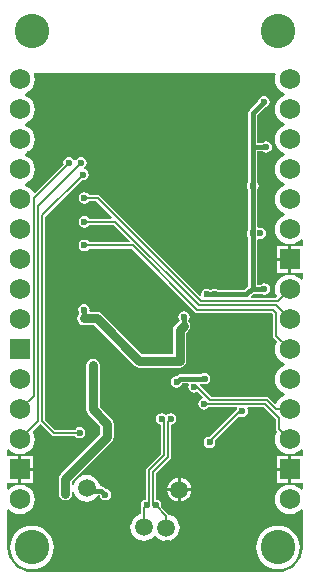
<source format=gbl>
G04 Layer_Physical_Order=2*
G04 Layer_Color=16711680*
%FSAX25Y25*%
%MOIN*%
G70*
G01*
G75*
%ADD30C,0.00700*%
%ADD31C,0.01500*%
%ADD33C,0.03000*%
%ADD35C,0.00600*%
%ADD43C,0.11500*%
%ADD44C,0.04724*%
%ADD45O,0.05906X0.07480*%
%ADD46C,0.06900*%
%ADD47R,0.06900X0.06900*%
%ADD48C,0.02362*%
%ADD49C,0.05906*%
G36*
X0348424Y0374231D02*
X0348173Y0373625D01*
X0348003Y0372333D01*
X0348173Y0371041D01*
X0348672Y0369836D01*
X0349466Y0368802D01*
X0350500Y0368009D01*
X0351479Y0367603D01*
Y0367062D01*
X0350500Y0366656D01*
X0349466Y0365863D01*
X0348672Y0364829D01*
X0348173Y0363625D01*
X0348003Y0362333D01*
X0348173Y0361040D01*
X0348672Y0359836D01*
X0349466Y0358802D01*
X0350500Y0358009D01*
X0351479Y0357603D01*
Y0357062D01*
X0350500Y0356657D01*
X0349466Y0355863D01*
X0348672Y0354829D01*
X0348173Y0353625D01*
X0348003Y0352333D01*
X0348173Y0351041D01*
X0348672Y0349836D01*
X0349466Y0348802D01*
X0350500Y0348009D01*
X0351479Y0347603D01*
Y0347062D01*
X0350500Y0346656D01*
X0349466Y0345863D01*
X0348672Y0344829D01*
X0348173Y0343625D01*
X0348003Y0342333D01*
X0348173Y0341040D01*
X0348672Y0339836D01*
X0349466Y0338802D01*
X0350500Y0338009D01*
X0351479Y0337603D01*
Y0337062D01*
X0350500Y0336656D01*
X0349466Y0335863D01*
X0348672Y0334829D01*
X0348173Y0333625D01*
X0348003Y0332333D01*
X0348173Y0331041D01*
X0348672Y0329836D01*
X0349466Y0328802D01*
X0350500Y0328009D01*
X0351479Y0327603D01*
Y0327062D01*
X0350500Y0326657D01*
X0349466Y0325863D01*
X0348672Y0324829D01*
X0348173Y0323625D01*
X0348003Y0322333D01*
X0348173Y0321041D01*
X0348672Y0319836D01*
X0349466Y0318802D01*
X0350500Y0318009D01*
X0351704Y0317510D01*
X0352996Y0317340D01*
X0354288Y0317510D01*
X0355492Y0318009D01*
X0356526Y0318802D01*
X0356707Y0319038D01*
X0357180Y0318877D01*
Y0316783D01*
X0353496D01*
Y0312333D01*
Y0307883D01*
X0357180D01*
Y0305789D01*
X0356707Y0305628D01*
X0356526Y0305863D01*
X0355492Y0306657D01*
X0354288Y0307155D01*
X0352996Y0307325D01*
X0351704Y0307155D01*
X0350500Y0306657D01*
X0349466Y0305863D01*
X0348672Y0304829D01*
X0348173Y0303625D01*
X0348003Y0302333D01*
X0348173Y0301041D01*
X0348603Y0300003D01*
X0348396Y0299591D01*
X0348298Y0299503D01*
X0340065D01*
X0339857Y0300003D01*
X0340840Y0300985D01*
X0340996Y0300954D01*
X0343323D01*
X0343762Y0300661D01*
X0344496Y0300515D01*
X0345230Y0300661D01*
X0345852Y0301077D01*
X0346268Y0301699D01*
X0346414Y0302433D01*
X0346268Y0303167D01*
X0345852Y0303789D01*
X0345230Y0304205D01*
X0344496Y0304351D01*
X0343762Y0304205D01*
X0343323Y0303911D01*
X0342074D01*
Y0318897D01*
X0342575Y0319218D01*
X0343096Y0319115D01*
X0343830Y0319261D01*
X0344452Y0319676D01*
X0344868Y0320299D01*
X0345014Y0321033D01*
X0344868Y0321767D01*
X0344452Y0322389D01*
X0343830Y0322805D01*
X0343096Y0322951D01*
X0342575Y0322847D01*
X0342074Y0323168D01*
Y0335759D01*
X0342368Y0336199D01*
X0342514Y0336933D01*
X0342368Y0337667D01*
X0342074Y0338106D01*
Y0348354D01*
X0343923D01*
X0344362Y0348061D01*
X0345096Y0347915D01*
X0345830Y0348061D01*
X0346452Y0348477D01*
X0346868Y0349099D01*
X0347014Y0349833D01*
X0346868Y0350567D01*
X0346452Y0351189D01*
X0345830Y0351605D01*
X0345096Y0351751D01*
X0344362Y0351605D01*
X0343923Y0351311D01*
X0342074D01*
Y0360534D01*
X0344598Y0363058D01*
X0345117Y0363161D01*
X0345739Y0363577D01*
X0346155Y0364199D01*
X0346301Y0364933D01*
X0346155Y0365667D01*
X0345739Y0366289D01*
X0345117Y0366705D01*
X0344383Y0366851D01*
X0343649Y0366705D01*
X0343026Y0366289D01*
X0342611Y0365667D01*
X0342508Y0365148D01*
X0339551Y0362192D01*
X0339230Y0361712D01*
X0339118Y0361146D01*
Y0349833D01*
Y0338106D01*
X0338824Y0337667D01*
X0338678Y0336933D01*
X0338824Y0336199D01*
X0339118Y0335759D01*
Y0322206D01*
X0338824Y0321767D01*
X0338678Y0321033D01*
X0338824Y0320299D01*
X0339118Y0319859D01*
Y0303445D01*
X0337884Y0302211D01*
X0329169D01*
X0328730Y0302505D01*
X0327996Y0302651D01*
X0327262Y0302505D01*
X0326823Y0302211D01*
X0326469D01*
X0326030Y0302505D01*
X0325296Y0302651D01*
X0324562Y0302505D01*
X0323940Y0302089D01*
X0323524Y0301467D01*
X0323378Y0300733D01*
X0323443Y0300407D01*
X0322982Y0300161D01*
X0289607Y0333536D01*
X0289259Y0333768D01*
X0288850Y0333850D01*
X0286043D01*
X0285852Y0334135D01*
X0285230Y0334551D01*
X0284496Y0334697D01*
X0283762Y0334551D01*
X0283140Y0334135D01*
X0282724Y0333513D01*
X0282578Y0332779D01*
X0282724Y0332045D01*
X0283140Y0331423D01*
X0283762Y0331007D01*
X0284496Y0330861D01*
X0285230Y0331007D01*
X0285852Y0331423D01*
X0286043Y0331709D01*
X0288406D01*
X0293677Y0326438D01*
X0293486Y0325976D01*
X0286043D01*
X0285852Y0326261D01*
X0285230Y0326677D01*
X0284496Y0326823D01*
X0283762Y0326677D01*
X0283140Y0326261D01*
X0282724Y0325639D01*
X0282578Y0324905D01*
X0282724Y0324171D01*
X0283140Y0323549D01*
X0283762Y0323133D01*
X0284496Y0322987D01*
X0285230Y0323133D01*
X0285852Y0323549D01*
X0286043Y0323834D01*
X0294300D01*
X0299571Y0318564D01*
X0299380Y0318102D01*
X0286043D01*
X0285852Y0318387D01*
X0285230Y0318803D01*
X0284496Y0318949D01*
X0283762Y0318803D01*
X0283140Y0318387D01*
X0282724Y0317765D01*
X0282578Y0317031D01*
X0282724Y0316297D01*
X0283140Y0315675D01*
X0283762Y0315259D01*
X0284496Y0315113D01*
X0285230Y0315259D01*
X0285852Y0315675D01*
X0286043Y0315961D01*
X0300154D01*
X0321239Y0294876D01*
X0321239Y0294876D01*
X0321586Y0294644D01*
X0321996Y0294562D01*
X0321996Y0294562D01*
X0346853D01*
X0347426Y0293989D01*
Y0286833D01*
X0347507Y0286423D01*
X0347739Y0286076D01*
X0348808Y0285006D01*
X0348672Y0284829D01*
X0348173Y0283625D01*
X0348003Y0282333D01*
X0348173Y0281041D01*
X0348672Y0279836D01*
X0349466Y0278802D01*
X0350500Y0278009D01*
X0351479Y0277603D01*
Y0277062D01*
X0350500Y0276657D01*
X0349466Y0275863D01*
X0348672Y0274829D01*
X0348173Y0273625D01*
X0348003Y0272333D01*
X0348173Y0271041D01*
X0348672Y0269836D01*
X0349466Y0268802D01*
X0350500Y0268009D01*
X0351479Y0267603D01*
Y0267062D01*
X0350500Y0266656D01*
X0349466Y0265863D01*
X0348672Y0264829D01*
X0348499Y0264411D01*
X0348009Y0264314D01*
X0346033Y0266290D01*
X0345686Y0266522D01*
X0345276Y0266603D01*
X0326839D01*
X0323000Y0270443D01*
X0323121Y0270911D01*
X0323179Y0270980D01*
X0323480Y0271037D01*
X0323786Y0270832D01*
X0324520Y0270686D01*
X0325254Y0270832D01*
X0325877Y0271248D01*
X0326292Y0271870D01*
X0326438Y0272604D01*
X0326292Y0273338D01*
X0325877Y0273960D01*
X0325254Y0274376D01*
X0324520Y0274522D01*
X0323786Y0274376D01*
X0323347Y0274082D01*
X0316367D01*
X0315802Y0273970D01*
X0315322Y0273649D01*
X0315105Y0273432D01*
X0314462Y0273305D01*
X0313840Y0272889D01*
X0313424Y0272267D01*
X0313278Y0271533D01*
X0313424Y0270799D01*
X0313840Y0270177D01*
X0314462Y0269761D01*
X0315196Y0269615D01*
X0315930Y0269761D01*
X0316552Y0270177D01*
X0316968Y0270799D01*
X0317033Y0271126D01*
X0319167D01*
X0319403Y0270685D01*
X0319324Y0270567D01*
X0319178Y0269833D01*
X0319324Y0269099D01*
X0319740Y0268477D01*
X0320362Y0268061D01*
X0321096Y0267915D01*
X0321830Y0268061D01*
X0322144Y0268271D01*
X0323928Y0266487D01*
X0323763Y0265945D01*
X0323562Y0265905D01*
X0322940Y0265489D01*
X0322524Y0264867D01*
X0322378Y0264133D01*
X0322524Y0263399D01*
X0322940Y0262776D01*
X0323562Y0262361D01*
X0324296Y0262215D01*
X0325030Y0262361D01*
X0325652Y0262776D01*
X0325843Y0263062D01*
X0335192D01*
X0335427Y0262621D01*
X0335324Y0262467D01*
X0335301Y0262352D01*
X0326199Y0253250D01*
X0326196Y0253251D01*
X0325462Y0253105D01*
X0324840Y0252689D01*
X0324424Y0252067D01*
X0324278Y0251333D01*
X0324424Y0250599D01*
X0324840Y0249976D01*
X0325462Y0249561D01*
X0326196Y0249415D01*
X0326930Y0249561D01*
X0327552Y0249976D01*
X0327968Y0250599D01*
X0328114Y0251333D01*
X0327981Y0252003D01*
X0336108Y0260131D01*
X0336362Y0259961D01*
X0337096Y0259815D01*
X0337830Y0259961D01*
X0338452Y0260377D01*
X0338868Y0260999D01*
X0339014Y0261733D01*
X0338868Y0262467D01*
X0338765Y0262621D01*
X0339001Y0263062D01*
X0344253D01*
X0348426Y0258889D01*
Y0255833D01*
X0348507Y0255423D01*
X0348739Y0255076D01*
X0348808Y0255006D01*
X0348672Y0254829D01*
X0348173Y0253625D01*
X0348003Y0252333D01*
X0348173Y0251041D01*
X0348672Y0249836D01*
X0349466Y0248802D01*
X0350500Y0248009D01*
X0351704Y0247510D01*
X0352996Y0247340D01*
X0354288Y0247510D01*
X0355492Y0248009D01*
X0356526Y0248802D01*
X0356707Y0249038D01*
X0357180Y0248877D01*
Y0246783D01*
X0353496D01*
Y0242333D01*
Y0237883D01*
X0357180D01*
Y0235789D01*
X0356707Y0235628D01*
X0356526Y0235863D01*
X0355492Y0236656D01*
X0354288Y0237155D01*
X0352996Y0237325D01*
X0351704Y0237155D01*
X0350500Y0236656D01*
X0349466Y0235863D01*
X0348672Y0234829D01*
X0348173Y0233625D01*
X0348003Y0232333D01*
X0348173Y0231041D01*
X0348672Y0229836D01*
X0349466Y0228802D01*
X0350500Y0228009D01*
X0351704Y0227510D01*
X0352996Y0227340D01*
X0354288Y0227510D01*
X0355492Y0228009D01*
X0356526Y0228802D01*
X0356707Y0229037D01*
X0357180Y0228877D01*
Y0216333D01*
X0357184Y0216316D01*
X0357028Y0214735D01*
X0356562Y0213199D01*
X0355805Y0211783D01*
X0354787Y0210542D01*
X0353546Y0209523D01*
X0352130Y0208767D01*
X0350594Y0208301D01*
X0349013Y0208145D01*
X0348996Y0208148D01*
X0266996D01*
X0266979Y0208145D01*
X0265398Y0208301D01*
X0263862Y0208767D01*
X0262446Y0209523D01*
X0261205Y0210542D01*
X0260187Y0211783D01*
X0259430Y0213199D01*
X0258964Y0214735D01*
X0258808Y0216316D01*
X0258812Y0216333D01*
Y0228877D01*
X0259285Y0229037D01*
X0259466Y0228802D01*
X0260500Y0228009D01*
X0261704Y0227510D01*
X0262996Y0227340D01*
X0264288Y0227510D01*
X0265492Y0228009D01*
X0266526Y0228802D01*
X0267320Y0229836D01*
X0267819Y0231041D01*
X0267989Y0232333D01*
X0267819Y0233625D01*
X0267320Y0234829D01*
X0266526Y0235863D01*
X0265492Y0236656D01*
X0264288Y0237155D01*
X0262996Y0237325D01*
X0261704Y0237155D01*
X0260500Y0236656D01*
X0259466Y0235863D01*
X0259285Y0235628D01*
X0258812Y0235789D01*
Y0237883D01*
X0262496D01*
Y0242333D01*
Y0246783D01*
X0258812D01*
Y0248877D01*
X0259285Y0249038D01*
X0259466Y0248802D01*
X0260500Y0248009D01*
X0261704Y0247510D01*
X0262996Y0247340D01*
X0264288Y0247510D01*
X0265492Y0248009D01*
X0266526Y0248802D01*
X0267320Y0249836D01*
X0267819Y0251041D01*
X0267989Y0252333D01*
X0267819Y0253625D01*
X0267320Y0254829D01*
X0267184Y0255006D01*
X0269746Y0257569D01*
X0273539Y0253776D01*
X0273886Y0253544D01*
X0274296Y0253462D01*
X0281416D01*
X0281540Y0253276D01*
X0282162Y0252861D01*
X0282896Y0252715D01*
X0283630Y0252861D01*
X0284252Y0253276D01*
X0284668Y0253899D01*
X0284814Y0254633D01*
X0284668Y0255367D01*
X0284252Y0255989D01*
X0283630Y0256405D01*
X0282896Y0256551D01*
X0282162Y0256405D01*
X0281540Y0255989D01*
X0281282Y0255603D01*
X0274740D01*
X0271467Y0258876D01*
Y0326610D01*
X0283659Y0338802D01*
X0283996Y0338735D01*
X0284730Y0338881D01*
X0285352Y0339297D01*
X0285768Y0339919D01*
X0285914Y0340653D01*
X0285768Y0341387D01*
X0285352Y0342009D01*
X0284730Y0342425D01*
X0284478Y0342475D01*
X0284372Y0343006D01*
X0284702Y0343227D01*
X0285118Y0343849D01*
X0285264Y0344583D01*
X0285118Y0345317D01*
X0284702Y0345939D01*
X0284080Y0346355D01*
X0283346Y0346501D01*
X0282612Y0346355D01*
X0281990Y0345939D01*
X0281662Y0345448D01*
X0281449Y0345413D01*
X0281204Y0345426D01*
X0281110Y0345454D01*
X0280752Y0345989D01*
X0280130Y0346405D01*
X0279396Y0346551D01*
X0278662Y0346405D01*
X0278040Y0345989D01*
X0277624Y0345367D01*
X0277478Y0344633D01*
X0277545Y0344296D01*
X0267860Y0334611D01*
X0267370Y0334708D01*
X0267320Y0334829D01*
X0266526Y0335863D01*
X0265492Y0336656D01*
X0264513Y0337062D01*
Y0337603D01*
X0265492Y0338009D01*
X0266526Y0338802D01*
X0267320Y0339836D01*
X0267819Y0341040D01*
X0267989Y0342333D01*
X0267819Y0343625D01*
X0267320Y0344829D01*
X0266526Y0345863D01*
X0265492Y0346656D01*
X0264513Y0347062D01*
Y0347603D01*
X0265492Y0348009D01*
X0266526Y0348802D01*
X0267320Y0349836D01*
X0267819Y0351041D01*
X0267989Y0352333D01*
X0267819Y0353625D01*
X0267320Y0354829D01*
X0266526Y0355863D01*
X0265492Y0356657D01*
X0264513Y0357062D01*
Y0357603D01*
X0265492Y0358009D01*
X0266526Y0358802D01*
X0267320Y0359836D01*
X0267819Y0361040D01*
X0267989Y0362333D01*
X0267819Y0363625D01*
X0267320Y0364829D01*
X0266526Y0365863D01*
X0265492Y0366656D01*
X0264513Y0367062D01*
Y0367603D01*
X0265492Y0368009D01*
X0266526Y0368802D01*
X0267320Y0369836D01*
X0267819Y0371041D01*
X0267989Y0372333D01*
X0267819Y0373625D01*
X0267568Y0374231D01*
X0267846Y0374646D01*
X0348147D01*
X0348424Y0374231D01*
D02*
G37*
%LPC*%
G36*
X0352496Y0316783D02*
X0348546D01*
Y0312833D01*
X0352496D01*
Y0316783D01*
D02*
G37*
G36*
Y0311833D02*
X0348546D01*
Y0307883D01*
X0352496D01*
Y0311833D01*
D02*
G37*
G36*
X0284296Y0297551D02*
X0283562Y0297405D01*
X0282940Y0296989D01*
X0282524Y0296367D01*
X0282378Y0295633D01*
X0282524Y0294899D01*
X0282818Y0294459D01*
Y0294391D01*
X0282710Y0294319D01*
X0282224Y0293591D01*
X0282053Y0292733D01*
X0282224Y0291874D01*
X0282710Y0291147D01*
X0283438Y0290660D01*
X0284296Y0290490D01*
X0287667D01*
X0301210Y0276947D01*
X0301938Y0276460D01*
X0302796Y0276290D01*
X0316196D01*
X0317055Y0276460D01*
X0317782Y0276947D01*
X0318268Y0277674D01*
X0318439Y0278533D01*
Y0287904D01*
X0319168Y0288632D01*
X0319654Y0289360D01*
X0319825Y0290218D01*
X0319654Y0291077D01*
X0319175Y0291794D01*
Y0291959D01*
X0319468Y0292399D01*
X0319614Y0293133D01*
X0319468Y0293867D01*
X0319052Y0294489D01*
X0318430Y0294905D01*
X0317696Y0295051D01*
X0316962Y0294905D01*
X0316340Y0294489D01*
X0315924Y0293867D01*
X0315778Y0293133D01*
X0315924Y0292399D01*
X0316218Y0291959D01*
Y0291953D01*
X0315996Y0291804D01*
X0314610Y0290419D01*
X0314124Y0289691D01*
X0313953Y0288833D01*
Y0280776D01*
X0303725D01*
X0290182Y0294319D01*
X0289455Y0294805D01*
X0288596Y0294976D01*
X0286477D01*
X0286160Y0295362D01*
X0286214Y0295633D01*
X0286068Y0296367D01*
X0285652Y0296989D01*
X0285030Y0297405D01*
X0284296Y0297551D01*
D02*
G37*
G36*
X0313196Y0261051D02*
X0312462Y0260905D01*
X0311840Y0260489D01*
X0311552D01*
X0310930Y0260905D01*
X0310196Y0261051D01*
X0309462Y0260905D01*
X0308840Y0260489D01*
X0308424Y0259867D01*
X0308278Y0259133D01*
X0308424Y0258399D01*
X0308840Y0257776D01*
X0309462Y0257361D01*
X0310076Y0257239D01*
Y0247452D01*
X0305375Y0242751D01*
X0305154Y0242420D01*
X0305077Y0242030D01*
Y0232227D01*
X0304462Y0232105D01*
X0303840Y0231689D01*
X0303424Y0231067D01*
X0303278Y0230333D01*
X0303374Y0229852D01*
X0303354Y0229823D01*
X0303276Y0229433D01*
Y0227390D01*
X0303134Y0227371D01*
X0302050Y0226922D01*
X0301120Y0226208D01*
X0300407Y0225278D01*
X0299958Y0224195D01*
X0299805Y0223033D01*
X0299958Y0221870D01*
X0300407Y0220787D01*
X0301120Y0219857D01*
X0302050Y0219143D01*
X0303134Y0218694D01*
X0304296Y0218542D01*
X0305458Y0218694D01*
X0306542Y0219143D01*
X0307472Y0219857D01*
X0307708Y0220164D01*
X0308208D01*
X0308520Y0219757D01*
X0309451Y0219043D01*
X0310534Y0218595D01*
X0311696Y0218442D01*
X0312859Y0218595D01*
X0313942Y0219043D01*
X0314872Y0219757D01*
X0315585Y0220687D01*
X0316034Y0221770D01*
X0316187Y0222933D01*
X0316034Y0224095D01*
X0315585Y0225178D01*
X0314872Y0226108D01*
X0313942Y0226822D01*
X0312859Y0227271D01*
X0312540Y0227313D01*
X0312538Y0227323D01*
X0312317Y0227654D01*
X0310035Y0229936D01*
X0310114Y0230333D01*
X0309968Y0231067D01*
X0309552Y0231689D01*
X0308930Y0232105D01*
X0308316Y0232227D01*
Y0241110D01*
X0313017Y0245812D01*
X0313238Y0246143D01*
X0313316Y0246533D01*
Y0257239D01*
X0313930Y0257361D01*
X0314552Y0257776D01*
X0314968Y0258399D01*
X0315114Y0259133D01*
X0314968Y0259867D01*
X0314552Y0260489D01*
X0313930Y0260905D01*
X0313196Y0261051D01*
D02*
G37*
G36*
X0352496Y0246783D02*
X0348546D01*
Y0242833D01*
X0352496D01*
Y0246783D01*
D02*
G37*
G36*
X0267446D02*
X0263496D01*
Y0242833D01*
X0267446D01*
Y0246783D01*
D02*
G37*
G36*
X0352496Y0241833D02*
X0348546D01*
Y0237883D01*
X0352496D01*
Y0241833D01*
D02*
G37*
G36*
X0267446Y0241833D02*
X0263496D01*
Y0237883D01*
X0267446D01*
Y0241833D01*
D02*
G37*
G36*
X0316596Y0239554D02*
Y0236133D01*
X0320017D01*
X0319947Y0236665D01*
X0319549Y0237626D01*
X0318915Y0238452D01*
X0318090Y0239085D01*
X0317128Y0239484D01*
X0316596Y0239554D01*
D02*
G37*
G36*
X0315596D02*
X0315064Y0239484D01*
X0314103Y0239085D01*
X0313277Y0238452D01*
X0312643Y0237626D01*
X0312245Y0236665D01*
X0312175Y0236133D01*
X0315596D01*
Y0239554D01*
D02*
G37*
G36*
X0287277Y0279315D02*
X0286419Y0279145D01*
X0285691Y0278658D01*
X0285205Y0277930D01*
X0285034Y0277072D01*
Y0274514D01*
Y0262352D01*
X0285205Y0261493D01*
X0285691Y0260766D01*
X0289753Y0256704D01*
Y0254062D01*
X0276560Y0240869D01*
X0276074Y0240141D01*
X0275903Y0239283D01*
Y0234283D01*
X0276074Y0233424D01*
X0276560Y0232697D01*
X0277288Y0232210D01*
X0278146Y0232040D01*
X0279005Y0232210D01*
X0279732Y0232697D01*
X0280218Y0233424D01*
X0280389Y0234283D01*
Y0234758D01*
X0280858Y0234870D01*
X0281307Y0233787D01*
X0282020Y0232857D01*
X0282950Y0232143D01*
X0284034Y0231695D01*
X0285196Y0231541D01*
X0286358Y0231695D01*
X0287442Y0232143D01*
X0288372Y0232857D01*
X0289063Y0233758D01*
X0289561Y0233777D01*
X0289621Y0233717D01*
X0289724Y0233199D01*
X0290140Y0232576D01*
X0290762Y0232161D01*
X0291496Y0232015D01*
X0292230Y0232161D01*
X0292852Y0232576D01*
X0293268Y0233199D01*
X0293414Y0233933D01*
X0293268Y0234667D01*
X0292852Y0235289D01*
X0292230Y0235705D01*
X0291712Y0235808D01*
X0291209Y0236311D01*
X0290729Y0236631D01*
X0290163Y0236744D01*
X0289594D01*
X0289534Y0237195D01*
X0289086Y0238278D01*
X0288372Y0239208D01*
X0287442Y0239922D01*
X0286358Y0240371D01*
X0285196Y0240524D01*
X0284034Y0240371D01*
X0282950Y0239922D01*
X0282020Y0239208D01*
X0281307Y0238278D01*
X0280858Y0237195D01*
X0280389Y0237307D01*
Y0238354D01*
X0293582Y0251547D01*
X0294068Y0252274D01*
X0294239Y0253133D01*
Y0257633D01*
X0294068Y0258491D01*
X0293582Y0259219D01*
X0289520Y0263281D01*
Y0274514D01*
Y0277072D01*
X0289350Y0277930D01*
X0288863Y0278658D01*
X0288136Y0279145D01*
X0287277Y0279315D01*
D02*
G37*
G36*
X0320017Y0235133D02*
X0316596D01*
Y0231712D01*
X0317128Y0231782D01*
X0318090Y0232180D01*
X0318915Y0232814D01*
X0319549Y0233639D01*
X0319947Y0234601D01*
X0320017Y0235133D01*
D02*
G37*
G36*
X0315596D02*
X0312175D01*
X0312245Y0234601D01*
X0312643Y0233639D01*
X0313277Y0232814D01*
X0314103Y0232180D01*
X0315064Y0231782D01*
X0315596Y0231712D01*
Y0235133D01*
D02*
G37*
G36*
X0348996Y0223618D02*
X0347575Y0223478D01*
X0346208Y0223063D01*
X0344949Y0222390D01*
X0343845Y0221484D01*
X0342939Y0220380D01*
X0342266Y0219121D01*
X0341851Y0217754D01*
X0341711Y0216333D01*
X0341851Y0214911D01*
X0342266Y0213545D01*
X0342939Y0212285D01*
X0343845Y0211181D01*
X0344949Y0210275D01*
X0346208Y0209602D01*
X0347575Y0209188D01*
X0348996Y0209048D01*
X0350417Y0209188D01*
X0351784Y0209602D01*
X0353043Y0210275D01*
X0354147Y0211181D01*
X0355053Y0212285D01*
X0355727Y0213545D01*
X0356141Y0214911D01*
X0356281Y0216333D01*
X0356141Y0217754D01*
X0355727Y0219121D01*
X0355053Y0220380D01*
X0354147Y0221484D01*
X0353043Y0222390D01*
X0351784Y0223063D01*
X0350417Y0223478D01*
X0348996Y0223618D01*
D02*
G37*
G36*
X0266996D02*
X0265575Y0223478D01*
X0264208Y0223063D01*
X0262949Y0222390D01*
X0261845Y0221484D01*
X0260939Y0220380D01*
X0260265Y0219121D01*
X0259851Y0217754D01*
X0259711Y0216333D01*
X0259851Y0214911D01*
X0260265Y0213545D01*
X0260939Y0212285D01*
X0261845Y0211181D01*
X0262949Y0210275D01*
X0264208Y0209602D01*
X0265575Y0209188D01*
X0266996Y0209048D01*
X0268417Y0209188D01*
X0269784Y0209602D01*
X0271043Y0210275D01*
X0272147Y0211181D01*
X0273053Y0212285D01*
X0273727Y0213545D01*
X0274141Y0214911D01*
X0274281Y0216333D01*
X0274141Y0217754D01*
X0273727Y0219121D01*
X0273053Y0220380D01*
X0272147Y0221484D01*
X0271043Y0222390D01*
X0269784Y0223063D01*
X0268417Y0223478D01*
X0266996Y0223618D01*
D02*
G37*
%LPD*%
D30*
X0323196Y0298433D02*
X0349096D01*
X0322616Y0297033D02*
X0348296D01*
X0347296Y0295633D02*
X0348496Y0294433D01*
X0321996Y0295633D02*
X0347296D01*
X0274296Y0254533D02*
X0282896D01*
X0348496Y0286833D02*
X0352996Y0282333D01*
X0348496Y0286833D02*
Y0294433D01*
X0262996Y0252333D02*
X0268996Y0258333D01*
X0262996Y0262333D02*
X0267596Y0266933D01*
Y0332833D01*
X0279396Y0344633D01*
X0268996Y0258333D02*
Y0330233D01*
X0283346Y0344583D01*
X0270396Y0327053D02*
X0283996Y0340653D01*
X0270396Y0258433D02*
Y0327053D01*
Y0258433D02*
X0274296Y0254533D01*
X0322096Y0269833D02*
X0326396Y0265533D01*
X0349096Y0298433D02*
X0352996Y0302333D01*
X0348296Y0297033D02*
X0352996Y0292333D01*
X0284496Y0317031D02*
X0300598D01*
X0284496Y0324905D02*
X0294744D01*
X0284496Y0332779D02*
X0288850D01*
X0336196Y0261733D02*
X0337096D01*
X0326196Y0251333D02*
Y0251733D01*
X0336196Y0261733D01*
X0300598Y0317031D02*
X0321996Y0295633D01*
X0294744Y0324905D02*
X0322616Y0297033D01*
X0288850Y0332779D02*
X0323196Y0298433D01*
X0349496Y0255833D02*
X0352996Y0252333D01*
X0324296Y0264133D02*
X0344696D01*
X0349496Y0259333D01*
Y0255833D02*
Y0259333D01*
X0345276Y0265533D02*
X0348476Y0262333D01*
X0352996D01*
X0326396Y0265533D02*
X0345276D01*
X0321096Y0269833D02*
X0322096D01*
D31*
X0284296Y0292733D02*
Y0295633D01*
X0340596Y0302833D02*
X0340996Y0302433D01*
X0344496D01*
X0317596Y0290233D02*
X0317696Y0290333D01*
Y0293133D01*
X0340596Y0321033D02*
Y0336933D01*
X0325296Y0300733D02*
X0327996D01*
X0340596Y0302833D02*
Y0321033D01*
X0338496Y0300733D02*
X0340596Y0302833D01*
X0327996Y0300733D02*
X0338496D01*
X0290163Y0235265D02*
X0291496Y0233933D01*
X0285963Y0235265D02*
X0290163D01*
X0285196Y0236033D02*
X0285963Y0235265D01*
X0340596Y0361146D02*
X0344383Y0364933D01*
X0340596Y0349833D02*
X0345096D01*
X0340596Y0336933D02*
Y0349833D01*
Y0361146D01*
X0316367Y0272604D02*
X0324520D01*
X0315396Y0271633D02*
X0316367Y0272604D01*
D33*
X0316196Y0288833D02*
X0317582Y0290218D01*
X0316196Y0278533D02*
Y0288833D01*
X0302796Y0278533D02*
X0316196D01*
X0288596Y0292733D02*
X0302796Y0278533D01*
X0284296Y0292733D02*
X0288596D01*
X0278146Y0234283D02*
Y0239283D01*
X0291996Y0253133D01*
X0287277Y0274514D02*
Y0277072D01*
Y0262352D02*
Y0274514D01*
Y0262352D02*
X0291996Y0257633D01*
Y0253133D02*
Y0257633D01*
D35*
X0306096Y0242030D02*
X0311096Y0247030D01*
Y0258233D01*
X0307296Y0241533D02*
X0312296Y0246533D01*
Y0258233D01*
X0313196Y0259133D01*
X0305196Y0230333D02*
X0306096D01*
X0307296D02*
X0308196D01*
X0310196Y0259133D02*
X0311096Y0258233D01*
X0304296Y0223033D02*
Y0229433D01*
X0305196Y0230333D01*
X0306096D02*
Y0242030D01*
X0308196Y0230333D02*
X0311596Y0226933D01*
Y0222933D02*
Y0226933D01*
X0307296Y0230333D02*
Y0241533D01*
D43*
X0348996Y0388333D02*
D03*
X0266996D02*
D03*
Y0216333D02*
D03*
X0348996D02*
D03*
D44*
X0317546Y0225333D02*
D03*
X0298446D02*
D03*
D45*
X0293696Y0214933D02*
D03*
X0322296D02*
D03*
D46*
X0352996Y0232333D02*
D03*
Y0272333D02*
D03*
Y0262333D02*
D03*
Y0252333D02*
D03*
Y0282333D02*
D03*
Y0292333D02*
D03*
Y0302333D02*
D03*
Y0372333D02*
D03*
Y0362333D02*
D03*
Y0352333D02*
D03*
Y0342333D02*
D03*
Y0332333D02*
D03*
Y0322333D02*
D03*
X0262996Y0232333D02*
D03*
Y0272333D02*
D03*
Y0262333D02*
D03*
Y0252333D02*
D03*
Y0292333D02*
D03*
Y0302333D02*
D03*
Y0312333D02*
D03*
Y0372333D02*
D03*
Y0362333D02*
D03*
Y0352333D02*
D03*
Y0342333D02*
D03*
Y0332333D02*
D03*
Y0322333D02*
D03*
D47*
X0352996Y0242333D02*
D03*
Y0312333D02*
D03*
X0262996Y0242333D02*
D03*
Y0282333D02*
D03*
D48*
X0344496Y0302433D02*
D03*
X0312996Y0278533D02*
D03*
X0293296Y0297633D02*
D03*
X0296096Y0294333D02*
D03*
X0316196Y0278533D02*
D03*
X0317596Y0290233D02*
D03*
X0317696Y0293133D02*
D03*
X0284296Y0295633D02*
D03*
Y0292733D02*
D03*
X0282896Y0254633D02*
D03*
X0278146Y0234283D02*
D03*
X0272196Y0223013D02*
D03*
X0344196Y0306366D02*
D03*
X0287796Y0330333D02*
D03*
X0290696Y0327333D02*
D03*
X0298496Y0237033D02*
D03*
Y0247033D02*
D03*
X0303096Y0236033D02*
D03*
Y0232933D02*
D03*
X0336996Y0288233D02*
D03*
X0334796D02*
D03*
X0336996Y0290533D02*
D03*
X0339296D02*
D03*
X0334796D02*
D03*
X0315646Y0209933D02*
D03*
X0312496D02*
D03*
X0309346D02*
D03*
X0306196D02*
D03*
X0303046D02*
D03*
X0299896D02*
D03*
X0315646Y0213833D02*
D03*
X0312496D02*
D03*
X0309346D02*
D03*
X0306196D02*
D03*
X0303046D02*
D03*
X0299896D02*
D03*
Y0217733D02*
D03*
X0303046D02*
D03*
X0306196D02*
D03*
X0309346D02*
D03*
X0312496D02*
D03*
X0315646D02*
D03*
X0305196Y0230333D02*
D03*
X0313196Y0259133D02*
D03*
X0308196Y0230333D02*
D03*
X0310196Y0259133D02*
D03*
X0284496Y0324905D02*
D03*
Y0317031D02*
D03*
Y0332779D02*
D03*
X0327996Y0300733D02*
D03*
X0340596Y0321033D02*
D03*
Y0336933D02*
D03*
X0325296Y0300733D02*
D03*
X0343096Y0321033D02*
D03*
X0279396Y0344633D02*
D03*
X0283346Y0344583D02*
D03*
X0283996Y0340653D02*
D03*
X0324296Y0264133D02*
D03*
X0287277Y0277072D02*
D03*
Y0274514D02*
D03*
X0326196Y0251333D02*
D03*
X0337096Y0261733D02*
D03*
X0332496Y0215316D02*
D03*
X0283496D02*
D03*
X0337449Y0211133D02*
D03*
X0327543Y0211163D02*
D03*
X0278543Y0211194D02*
D03*
X0288449Y0211163D02*
D03*
X0337896Y0305033D02*
D03*
X0334796D02*
D03*
X0336296Y0303433D02*
D03*
X0279346Y0285533D02*
D03*
X0282671D02*
D03*
X0285996D02*
D03*
Y0281333D02*
D03*
X0272696Y0277133D02*
D03*
Y0281333D02*
D03*
Y0285533D02*
D03*
X0276021D02*
D03*
X0275696Y0373533D02*
D03*
X0269096Y0346733D02*
D03*
X0344196Y0309133D02*
D03*
X0291916Y0241933D02*
D03*
X0298376D02*
D03*
X0313096Y0230333D02*
D03*
X0311296Y0266895D02*
D03*
X0304696D02*
D03*
X0296096Y0297633D02*
D03*
X0308096D02*
D03*
Y0294333D02*
D03*
X0310646Y0297633D02*
D03*
Y0294333D02*
D03*
X0313196Y0297633D02*
D03*
Y0294333D02*
D03*
X0308096Y0250033D02*
D03*
Y0247333D02*
D03*
X0317296Y0246966D02*
D03*
X0314496D02*
D03*
X0317296Y0243899D02*
D03*
X0314496D02*
D03*
Y0240833D02*
D03*
X0317296D02*
D03*
Y0250033D02*
D03*
X0311696Y0240833D02*
D03*
X0314496Y0250033D02*
D03*
X0299396Y0314733D02*
D03*
X0303996Y0310133D02*
D03*
X0301696Y0312433D02*
D03*
X0296696Y0319433D02*
D03*
X0293596Y0322633D02*
D03*
X0307096Y0345633D02*
D03*
X0312096Y0350633D02*
D03*
X0309596Y0348133D02*
D03*
X0319596Y0358133D02*
D03*
X0322096Y0360633D02*
D03*
X0317096Y0355633D02*
D03*
X0314596Y0353133D02*
D03*
X0329596Y0368133D02*
D03*
X0332096Y0370633D02*
D03*
X0339596Y0373533D02*
D03*
X0327096Y0365633D02*
D03*
X0324596Y0363133D02*
D03*
X0325796Y0357433D02*
D03*
X0328296Y0359933D02*
D03*
X0330796Y0362433D02*
D03*
X0323296Y0354933D02*
D03*
X0320796Y0352433D02*
D03*
X0315796Y0347433D02*
D03*
X0313296Y0344933D02*
D03*
X0310796Y0342433D02*
D03*
X0318296Y0349933D02*
D03*
X0304496Y0337933D02*
D03*
X0300196D02*
D03*
X0308296Y0339933D02*
D03*
X0294696Y0330133D02*
D03*
X0297196Y0327633D02*
D03*
X0299696Y0325133D02*
D03*
X0292196Y0332633D02*
D03*
X0289696Y0335133D02*
D03*
X0304696Y0320133D02*
D03*
X0307196Y0317633D02*
D03*
X0302196Y0322633D02*
D03*
X0314696Y0310133D02*
D03*
X0312196Y0312633D02*
D03*
X0309696Y0315133D02*
D03*
X0287296Y0337933D02*
D03*
X0291596D02*
D03*
X0295896D02*
D03*
X0266396Y0347333D02*
D03*
X0295996Y0343133D02*
D03*
X0300296D02*
D03*
X0304596D02*
D03*
X0291696D02*
D03*
X0287296D02*
D03*
Y0347033D02*
D03*
Y0350933D02*
D03*
Y0354833D02*
D03*
Y0363433D02*
D03*
Y0366533D02*
D03*
Y0358733D02*
D03*
X0326896Y0337533D02*
D03*
Y0329733D02*
D03*
Y0333633D02*
D03*
Y0341433D02*
D03*
Y0345333D02*
D03*
Y0349233D02*
D03*
Y0353133D02*
D03*
Y0314133D02*
D03*
Y0310233D02*
D03*
Y0318033D02*
D03*
Y0321933D02*
D03*
Y0325833D02*
D03*
X0325396Y0373533D02*
D03*
X0328946D02*
D03*
X0336046D02*
D03*
X0332496D02*
D03*
X0307646D02*
D03*
X0314746D02*
D03*
X0321846D02*
D03*
X0318296D02*
D03*
X0343146D02*
D03*
X0286346D02*
D03*
X0300546D02*
D03*
X0293446D02*
D03*
X0282796D02*
D03*
X0279246D02*
D03*
X0300846Y0352233D02*
D03*
X0311196Y0373533D02*
D03*
X0304096D02*
D03*
X0296996D02*
D03*
X0289896D02*
D03*
X0347196Y0267933D02*
D03*
Y0257133D02*
D03*
Y0248433D02*
D03*
X0314396Y0366533D02*
D03*
X0300846D02*
D03*
X0347196Y0237233D02*
D03*
X0307896Y0359733D02*
D03*
X0342296Y0234033D02*
D03*
X0344796Y0231433D02*
D03*
X0339696D02*
D03*
X0292896Y0230999D02*
D03*
Y0227166D02*
D03*
X0289296Y0223333D02*
D03*
Y0230999D02*
D03*
X0296496D02*
D03*
X0300196Y0254633D02*
D03*
Y0257033D02*
D03*
X0303496Y0259133D02*
D03*
X0289296Y0227166D02*
D03*
X0333796Y0240733D02*
D03*
X0328096D02*
D03*
X0324696Y0224133D02*
D03*
X0322396Y0235933D02*
D03*
X0330496Y0238133D02*
D03*
X0322396Y0230333D02*
D03*
X0318396D02*
D03*
X0276496Y0223013D02*
D03*
X0267496Y0236733D02*
D03*
X0272696Y0243333D02*
D03*
X0268896Y0247433D02*
D03*
X0330296Y0222133D02*
D03*
X0335196D02*
D03*
X0284796Y0250933D02*
D03*
X0293396Y0249533D02*
D03*
X0271796Y0241033D02*
D03*
X0267396Y0227253D02*
D03*
X0344796D02*
D03*
X0354096Y0225533D02*
D03*
X0349396Y0267333D02*
D03*
X0261096Y0224833D02*
D03*
X0276496Y0218773D02*
D03*
Y0214533D02*
D03*
X0339696Y0227253D02*
D03*
Y0222133D02*
D03*
Y0216333D02*
D03*
X0291496Y0233933D02*
D03*
X0267496Y0367133D02*
D03*
X0344383Y0364933D02*
D03*
X0345096Y0349833D02*
D03*
X0324520Y0272604D02*
D03*
X0321096Y0269833D02*
D03*
X0315196Y0271533D02*
D03*
D49*
X0311696Y0222933D02*
D03*
X0304296Y0223033D02*
D03*
X0285196Y0236033D02*
D03*
X0316096Y0235633D02*
D03*
M02*

</source>
